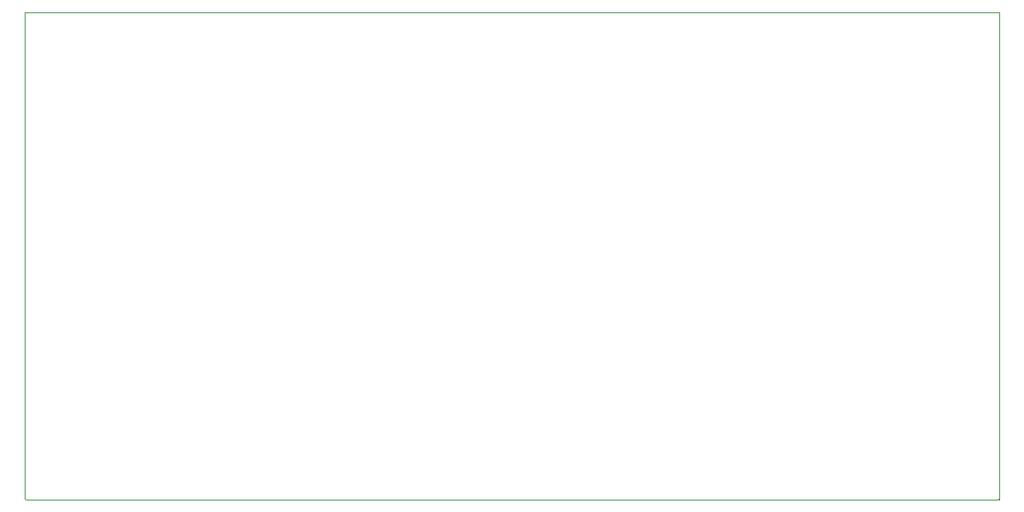
<source format=gko>
G04 Layer_Color=16720538*
%FSLAX24Y24*%
%MOIN*%
G70*
G01*
G75*
%ADD34C,0.0039*%
D34*
X9823Y9843D02*
G03*
X9843Y9823I20J0D01*
G01*
X9823Y9843D02*
G03*
X9843Y9823I20J0D01*
G01*
Y29547D02*
G03*
X9823Y29528I0J-20D01*
G01*
X9843Y29547D02*
G03*
X9823Y29528I0J-20D01*
G01*
X49213Y9823D02*
G03*
X49232Y9843I0J20D01*
G01*
X49213Y9823D02*
G03*
X49232Y9843I0J20D01*
G01*
Y29528D02*
G03*
X49213Y29547I-20J0D01*
G01*
X49232Y29528D02*
G03*
X49213Y29547I-20J0D01*
G01*
X9823Y9843D02*
Y29528D01*
X9843Y9823D02*
X49213D01*
X9843Y29547D02*
X49213D01*
X49232Y9843D02*
Y29528D01*
M02*

</source>
